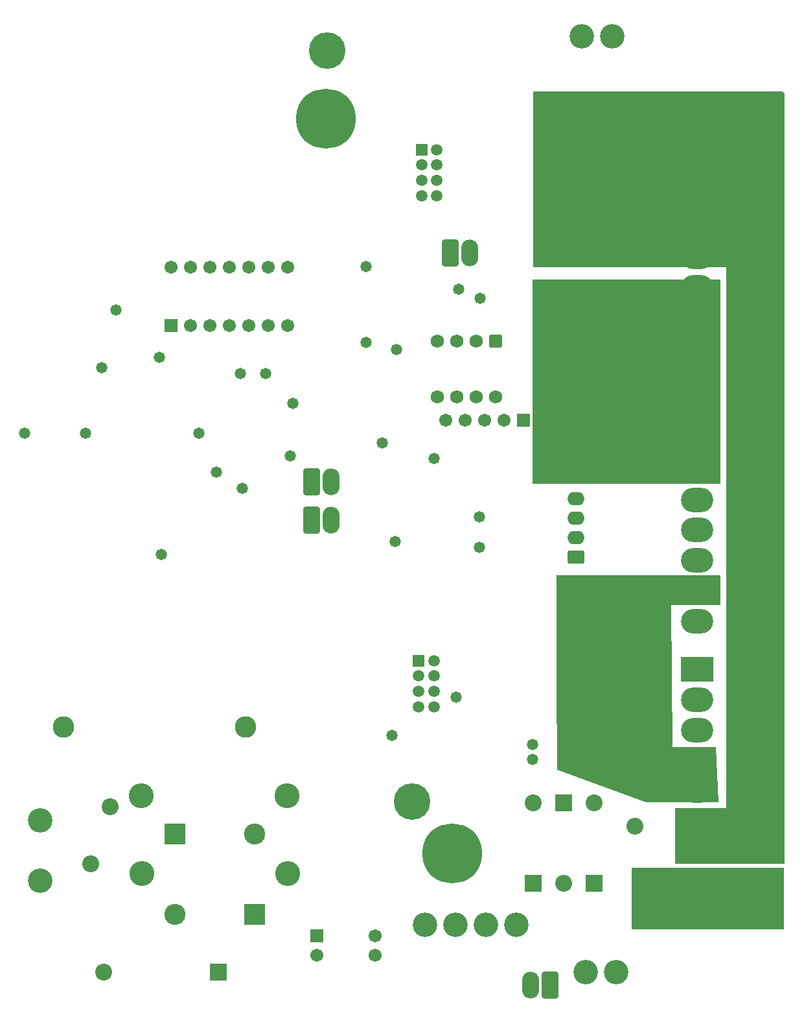
<source format=gbs>
G04 Layer_Color=16711935*
%FSLAX25Y25*%
%MOIN*%
G70*
G01*
G75*
%ADD66O,0.08800X0.13800*%
G04:AMPARAMS|DCode=67|XSize=138mil|YSize=88mil|CornerRadius=14mil|HoleSize=0mil|Usage=FLASHONLY|Rotation=90.000|XOffset=0mil|YOffset=0mil|HoleType=Round|Shape=RoundedRectangle|*
%AMROUNDEDRECTD67*
21,1,0.13800,0.06000,0,0,90.0*
21,1,0.11000,0.08800,0,0,90.0*
1,1,0.02800,0.03000,0.05500*
1,1,0.02800,0.03000,-0.05500*
1,1,0.02800,-0.03000,-0.05500*
1,1,0.02800,-0.03000,0.05500*
%
%ADD67ROUNDEDRECTD67*%
%ADD78C,0.06800*%
G04:AMPARAMS|DCode=79|XSize=68mil|YSize=68mil|CornerRadius=11.5mil|HoleSize=0mil|Usage=FLASHONLY|Rotation=90.000|XOffset=0mil|YOffset=0mil|HoleType=Round|Shape=RoundedRectangle|*
%AMROUNDEDRECTD79*
21,1,0.06800,0.04500,0,0,90.0*
21,1,0.04500,0.06800,0,0,90.0*
1,1,0.02300,0.02250,0.02250*
1,1,0.02300,0.02250,-0.02250*
1,1,0.02300,-0.02250,-0.02250*
1,1,0.02300,-0.02250,0.02250*
%
%ADD79ROUNDEDRECTD79*%
%ADD80O,0.08800X0.06800*%
G04:AMPARAMS|DCode=81|XSize=68mil|YSize=88mil|CornerRadius=11.5mil|HoleSize=0mil|Usage=FLASHONLY|Rotation=90.000|XOffset=0mil|YOffset=0mil|HoleType=Round|Shape=RoundedRectangle|*
%AMROUNDEDRECTD81*
21,1,0.06800,0.06500,0,0,90.0*
21,1,0.04500,0.08800,0,0,90.0*
1,1,0.02300,0.03250,0.02250*
1,1,0.02300,0.03250,-0.02250*
1,1,0.02300,-0.03250,-0.02250*
1,1,0.02300,-0.03250,0.02250*
%
%ADD81ROUNDEDRECTD81*%
%ADD82C,0.08674*%
%ADD83O,0.16548X0.12611*%
%ADD84R,0.16548X0.12611*%
%ADD85R,0.05918X0.05918*%
%ADD86C,0.05918*%
%ADD87C,0.12611*%
%ADD88R,0.08674X0.08674*%
%ADD89R,0.08674X0.08674*%
%ADD90C,0.11036*%
%ADD91R,0.06706X0.06706*%
%ADD92C,0.06706*%
%ADD93R,0.10800X0.10800*%
%ADD94C,0.10800*%
%ADD95C,0.12800*%
%ADD96C,0.06706*%
%ADD97R,0.06706X0.06706*%
%ADD98C,0.05800*%
%ADD99C,0.30800*%
%ADD100C,0.18800*%
G36*
X695200Y607400D02*
X695200Y211500D01*
X638700Y211500D01*
Y240100D01*
X665200D01*
X665200Y518300D01*
X565700Y518300D01*
X565700Y608500D01*
X694100Y608500D01*
X695200Y607400D01*
D02*
G37*
G36*
X694900Y209600D02*
X694900Y177850D01*
X616400Y177850D01*
X616400Y209600D01*
X694900Y209600D01*
D02*
G37*
G36*
X662000Y407000D02*
X565500D01*
Y512000D01*
X662000D01*
Y407000D01*
D02*
G37*
G36*
Y359500D02*
Y344554D01*
X636900D01*
X637400Y271500D01*
X659900D01*
X661000Y243200D01*
X623650Y243200D01*
X577950Y259800D01*
Y273150D01*
X577700Y293800D01*
Y359500D01*
X577200Y360000D01*
X661500D01*
X662000Y359500D01*
D02*
G37*
D66*
X533000Y525500D02*
D03*
X564500Y149300D02*
D03*
X461700Y388100D02*
D03*
X461800Y407900D02*
D03*
D67*
X523000Y525500D02*
D03*
X574500Y149300D02*
D03*
X451700Y388100D02*
D03*
X451800Y407900D02*
D03*
D78*
X533000Y528000D02*
D03*
X536300Y480400D02*
D03*
X526300D02*
D03*
X516300D02*
D03*
Y451600D02*
D03*
X526300D02*
D03*
X536300D02*
D03*
X546300D02*
D03*
X564500Y146800D02*
D03*
X461700Y390600D02*
D03*
X461800Y410400D02*
D03*
D79*
X523000Y528000D02*
D03*
X546300Y480400D02*
D03*
X574500Y146800D02*
D03*
X451700Y390600D02*
D03*
X451800Y410400D02*
D03*
D80*
X587800Y389100D02*
D03*
Y379100D02*
D03*
Y399100D02*
D03*
D81*
Y369100D02*
D03*
D82*
X618000Y231000D02*
D03*
X597000Y242891D02*
D03*
X565800D02*
D03*
X581400Y201709D02*
D03*
X344872Y156000D02*
D03*
X348200Y240964D02*
D03*
X338200Y211436D02*
D03*
D83*
X650000Y336300D02*
D03*
Y351900D02*
D03*
Y367500D02*
D03*
Y383100D02*
D03*
Y398700D02*
D03*
Y414300D02*
D03*
Y429900D02*
D03*
Y445500D02*
D03*
X650200Y186700D02*
D03*
Y202300D02*
D03*
Y217900D02*
D03*
Y233500D02*
D03*
Y249100D02*
D03*
Y264700D02*
D03*
Y280300D02*
D03*
Y295900D02*
D03*
X650000Y585900D02*
D03*
Y570300D02*
D03*
Y554700D02*
D03*
Y539100D02*
D03*
Y523500D02*
D03*
Y507900D02*
D03*
Y492300D02*
D03*
Y476700D02*
D03*
D84*
Y461100D02*
D03*
X650200Y311500D02*
D03*
X650000Y601500D02*
D03*
D85*
X508300Y578674D02*
D03*
X506926Y315974D02*
D03*
D86*
X508300Y570800D02*
D03*
Y562926D02*
D03*
Y555052D02*
D03*
X516174Y578674D02*
D03*
Y570800D02*
D03*
Y562926D02*
D03*
Y555052D02*
D03*
X506926Y308100D02*
D03*
Y300226D02*
D03*
Y292352D02*
D03*
X514800Y315974D02*
D03*
Y308100D02*
D03*
Y300226D02*
D03*
Y292352D02*
D03*
D87*
X590900Y636800D02*
D03*
X510200Y180400D02*
D03*
X541400D02*
D03*
X557000D02*
D03*
X525800D02*
D03*
X608400Y156000D02*
D03*
X592800D02*
D03*
X606500Y636800D02*
D03*
X592800Y499200D02*
D03*
Y468000D02*
D03*
Y436800D02*
D03*
Y312000D02*
D03*
Y343200D02*
D03*
Y280800D02*
D03*
Y530400D02*
D03*
Y561600D02*
D03*
Y592800D02*
D03*
X312000Y234000D02*
D03*
Y202800D02*
D03*
X628200Y186100D02*
D03*
D88*
X597000Y201709D02*
D03*
X565800D02*
D03*
X581400Y242891D02*
D03*
D89*
X403928Y156000D02*
D03*
D90*
X417752Y282000D02*
D03*
X324248D02*
D03*
D91*
X454300Y174600D02*
D03*
X560700Y439600D02*
D03*
D92*
X454300Y164600D02*
D03*
X484300Y174600D02*
D03*
Y164600D02*
D03*
X550700Y439600D02*
D03*
X540700D02*
D03*
X530700D02*
D03*
X520700D02*
D03*
D93*
X381409Y227000D02*
D03*
X422591Y185500D02*
D03*
D94*
Y227000D02*
D03*
X381409Y185500D02*
D03*
D95*
X439000Y246500D02*
D03*
X364000D02*
D03*
X439500Y206500D02*
D03*
X364500D02*
D03*
D96*
X439500Y518100D02*
D03*
X429500D02*
D03*
X419500D02*
D03*
X409500D02*
D03*
X399500D02*
D03*
X389500D02*
D03*
X379500D02*
D03*
X439500Y488100D02*
D03*
X429500D02*
D03*
X419500D02*
D03*
X409500D02*
D03*
X399500D02*
D03*
X389500D02*
D03*
D97*
X379500D02*
D03*
D98*
X526200Y297300D02*
D03*
X538200Y374400D02*
D03*
X393900Y432900D02*
D03*
X304200D02*
D03*
X335400D02*
D03*
X428000Y463500D02*
D03*
X415000D02*
D03*
X488000Y428000D02*
D03*
X538200Y390000D02*
D03*
X495300Y475800D02*
D03*
X514800Y420000D02*
D03*
X351100Y496200D02*
D03*
X479700Y518700D02*
D03*
Y479700D02*
D03*
X374400Y370500D02*
D03*
X565500Y265200D02*
D03*
X373600Y471800D02*
D03*
X402900Y412900D02*
D03*
X343900Y466600D02*
D03*
X565500Y273000D02*
D03*
X493200Y277700D02*
D03*
X527300Y506900D02*
D03*
X538300Y502400D02*
D03*
X416200Y404700D02*
D03*
X494900Y377400D02*
D03*
X442000Y448400D02*
D03*
X440800Y421100D02*
D03*
D99*
X524100Y216800D02*
D03*
X459000Y594500D02*
D03*
D100*
X459800Y629700D02*
D03*
X503300Y243700D02*
D03*
M02*

</source>
